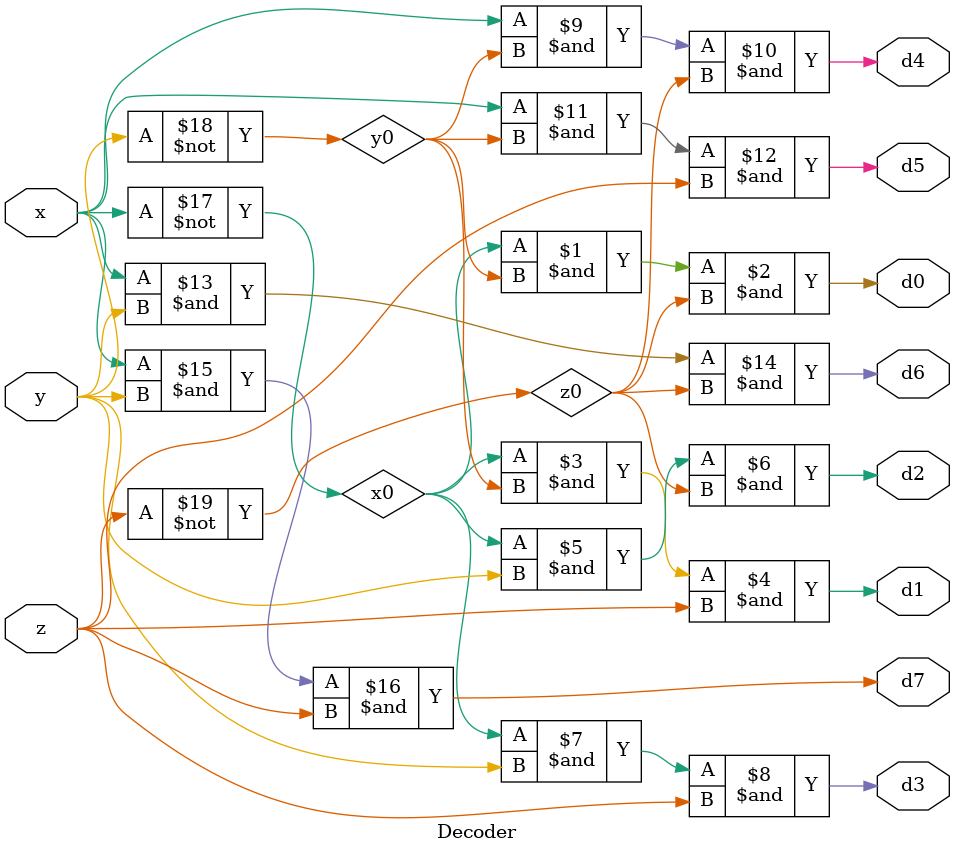
<source format=v>
module Decoder (d0, d1, d2, d3, d4, d5, d6, d7, x, y, z);
    input x, y, z;
    output d0, d1, d2, d3, d4, d5, d6, d7;

    wire x0, y0, z0;

    not(x0, x);
    not(y0, y);
    not(z0, z);

    and(d0, x0, y0, z0);
    and(d1, x0, y0, z);
    and(d2, x0, y, z0);
    and(d3, x0, y, z);
    and(d4, x, y0, z0);
    and(d5, x, y0, z);
    and(d6, x, y, z0);
    and(d7, x, y, z);

endmodule // Decoder
</source>
